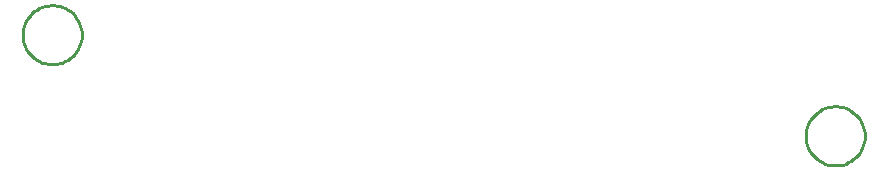
<source format=gko>
G04*
G04 #@! TF.GenerationSoftware,Altium Limited,Altium Designer,21.7.2 (23)*
G04*
G04 Layer_Color=16711935*
%FSLAX25Y25*%
%MOIN*%
G70*
G04*
G04 #@! TF.SameCoordinates,DA759B71-393A-44F5-82FF-BB875C5BA99D*
G04*
G04*
G04 #@! TF.FilePolarity,Positive*
G04*
G01*
G75*
%ADD12C,0.01000*%
D12*
X288752Y41961D02*
X288702Y42956D01*
X288550Y43942D01*
X288301Y44907D01*
X287954Y45842D01*
X287515Y46737D01*
X286988Y47583D01*
X286378Y48372D01*
X285691Y49095D01*
X284934Y49744D01*
X284116Y50314D01*
X283244Y50797D01*
X282328Y51191D01*
X281377Y51489D01*
X280400Y51690D01*
X279408Y51791D01*
X278411D01*
X277419Y51690D01*
X276442Y51489D01*
X275491Y51191D01*
X274575Y50797D01*
X273703Y50314D01*
X272885Y49744D01*
X272128Y49095D01*
X271441Y48372D01*
X270831Y47583D01*
X270304Y46737D01*
X269865Y45842D01*
X269518Y44907D01*
X269268Y43942D01*
X269117Y42956D01*
X269067Y41961D01*
X269117Y40965D01*
X269268Y39979D01*
X269518Y39014D01*
X269865Y38079D01*
X270304Y37184D01*
X270831Y36338D01*
X271441Y35550D01*
X272128Y34827D01*
X272885Y34178D01*
X273703Y33608D01*
X274575Y33124D01*
X275491Y32731D01*
X276442Y32432D01*
X277419Y32232D01*
X278411Y32131D01*
X279408D01*
X280400Y32232D01*
X281377Y32432D01*
X282328Y32731D01*
X283244Y33124D01*
X284116Y33608D01*
X284934Y34178D01*
X285691Y34827D01*
X286378Y35550D01*
X286988Y36338D01*
X287515Y37184D01*
X287954Y38079D01*
X288301Y39014D01*
X288550Y39979D01*
X288702Y40965D01*
X288752Y41961D01*
X27716Y75653D02*
X27666Y76649D01*
X27515Y77635D01*
X27265Y78600D01*
X26919Y79535D01*
X26480Y80430D01*
X25952Y81276D01*
X25342Y82065D01*
X24655Y82787D01*
X23899Y83437D01*
X23080Y84006D01*
X22209Y84490D01*
X21292Y84883D01*
X20341Y85182D01*
X19364Y85383D01*
X18372Y85483D01*
X17376D01*
X16384Y85383D01*
X15407Y85182D01*
X14456Y84883D01*
X13539Y84490D01*
X12668Y84006D01*
X11849Y83437D01*
X11093Y82787D01*
X10406Y82065D01*
X9796Y81276D01*
X9268Y80430D01*
X8829Y79535D01*
X8483Y78600D01*
X8233Y77635D01*
X8082Y76649D01*
X8032Y75653D01*
X8082Y74658D01*
X8233Y73672D01*
X8483Y72707D01*
X8829Y71772D01*
X9268Y70877D01*
X9796Y70031D01*
X10406Y69242D01*
X11093Y68520D01*
X11849Y67870D01*
X12668Y67301D01*
X13539Y66817D01*
X14456Y66424D01*
X15407Y66125D01*
X16384Y65925D01*
X17376Y65824D01*
X18373D01*
X19365Y65925D01*
X20341Y66125D01*
X21292Y66424D01*
X22209Y66817D01*
X23080Y67301D01*
X23899Y67870D01*
X24655Y68520D01*
X25342Y69242D01*
X25952Y70031D01*
X26480Y70877D01*
X26919Y71772D01*
X27265Y72707D01*
X27515Y73672D01*
X27666Y74658D01*
X27716Y75653D01*
M02*

</source>
